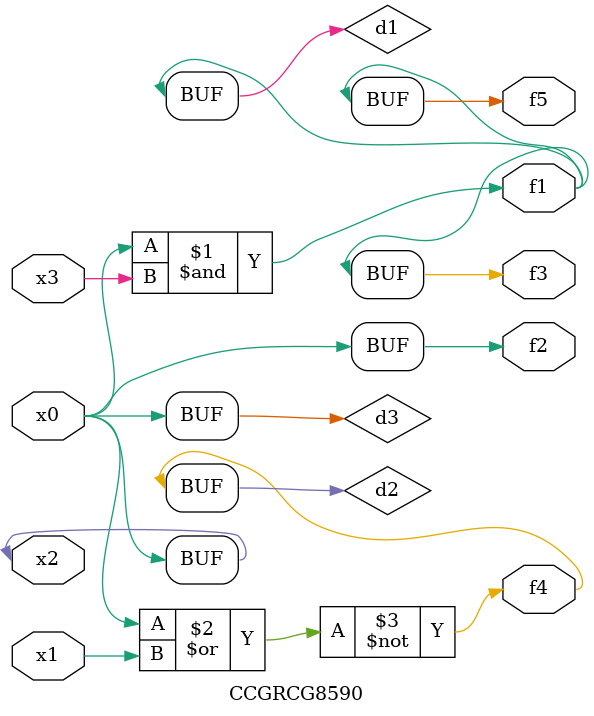
<source format=v>
module CCGRCG8590(
	input x0, x1, x2, x3,
	output f1, f2, f3, f4, f5
);

	wire d1, d2, d3;

	and (d1, x2, x3);
	nor (d2, x0, x1);
	buf (d3, x0, x2);
	assign f1 = d1;
	assign f2 = d3;
	assign f3 = d1;
	assign f4 = d2;
	assign f5 = d1;
endmodule

</source>
